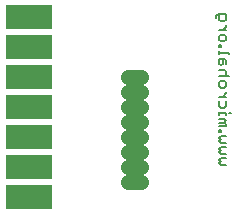
<source format=gbs>
G75*
%MOIN*%
%OFA0B0*%
%FSLAX25Y25*%
%IPPOS*%
%LPD*%
%AMOC8*
5,1,8,0,0,1.08239X$1,22.5*
%
%ADD10C,0.00600*%
%ADD11R,0.15800X0.08400*%
%ADD12C,0.04959*%
D10*
X0083800Y0018167D02*
X0084367Y0018734D01*
X0083800Y0019301D01*
X0084367Y0019869D01*
X0086069Y0019869D01*
X0086069Y0021283D02*
X0084367Y0021283D01*
X0083800Y0021850D01*
X0084367Y0022417D01*
X0083800Y0022985D01*
X0084367Y0023552D01*
X0086069Y0023552D01*
X0086069Y0024966D02*
X0084367Y0024966D01*
X0083800Y0025533D01*
X0084367Y0026101D01*
X0083800Y0026668D01*
X0084367Y0027235D01*
X0086069Y0027235D01*
X0084367Y0028649D02*
X0083800Y0028649D01*
X0083800Y0029217D01*
X0084367Y0029217D01*
X0084367Y0028649D01*
X0083800Y0030491D02*
X0086069Y0030491D01*
X0086069Y0031058D01*
X0085501Y0031625D01*
X0086069Y0032192D01*
X0085501Y0032760D01*
X0083800Y0032760D01*
X0083800Y0031625D02*
X0085501Y0031625D01*
X0086069Y0034174D02*
X0086069Y0034741D01*
X0083800Y0034741D01*
X0083800Y0034174D02*
X0083800Y0035308D01*
X0084367Y0036630D02*
X0083800Y0037197D01*
X0083800Y0038898D01*
X0083800Y0040313D02*
X0086069Y0040313D01*
X0086069Y0041447D02*
X0084934Y0040313D01*
X0086069Y0041447D02*
X0086069Y0042014D01*
X0085501Y0043382D02*
X0084367Y0043382D01*
X0083800Y0043949D01*
X0083800Y0045083D01*
X0084367Y0045651D01*
X0085501Y0045651D01*
X0086069Y0045083D01*
X0086069Y0043949D01*
X0085501Y0043382D01*
X0085501Y0047065D02*
X0086069Y0047632D01*
X0086069Y0048767D01*
X0085501Y0049334D01*
X0083800Y0049334D01*
X0084367Y0050748D02*
X0084934Y0051315D01*
X0084934Y0053017D01*
X0085501Y0053017D02*
X0086069Y0052450D01*
X0086069Y0051315D01*
X0084367Y0050748D02*
X0083800Y0051315D01*
X0083800Y0053017D01*
X0085501Y0053017D01*
X0083800Y0054431D02*
X0083800Y0055566D01*
X0083800Y0054999D02*
X0087203Y0054999D01*
X0087203Y0054431D01*
X0084367Y0056887D02*
X0083800Y0056887D01*
X0083800Y0057454D01*
X0084367Y0057454D01*
X0084367Y0056887D01*
X0084367Y0058728D02*
X0083800Y0059296D01*
X0083800Y0060430D01*
X0084367Y0060997D01*
X0085501Y0060997D01*
X0086069Y0060430D01*
X0086069Y0059296D01*
X0085501Y0058728D01*
X0084367Y0058728D01*
X0083800Y0062412D02*
X0086069Y0062412D01*
X0086069Y0063546D02*
X0086069Y0064113D01*
X0086069Y0063546D02*
X0084934Y0062412D01*
X0084367Y0065481D02*
X0083800Y0066048D01*
X0083800Y0067749D01*
X0083233Y0067749D02*
X0086069Y0067749D01*
X0086069Y0066048D01*
X0085501Y0065481D01*
X0084367Y0065481D01*
X0082666Y0066615D02*
X0082666Y0067182D01*
X0083233Y0067749D01*
X0083800Y0047065D02*
X0087203Y0047065D01*
X0086069Y0038898D02*
X0086069Y0037197D01*
X0085501Y0036630D01*
X0084367Y0036630D01*
X0087203Y0034741D02*
X0087770Y0034741D01*
X0083800Y0018167D02*
X0084367Y0017600D01*
X0086069Y0017600D01*
D11*
X0020500Y0006800D03*
X0020500Y0016800D03*
X0020500Y0026800D03*
X0020500Y0036800D03*
X0020500Y0046800D03*
X0020500Y0056800D03*
X0020500Y0066800D03*
D12*
X0053420Y0046800D02*
X0057580Y0046800D01*
X0057580Y0041800D02*
X0053420Y0041800D01*
X0053420Y0036800D02*
X0057580Y0036800D01*
X0057580Y0031800D02*
X0053420Y0031800D01*
X0053420Y0026800D02*
X0057580Y0026800D01*
X0057580Y0021800D02*
X0053420Y0021800D01*
X0053420Y0016800D02*
X0057580Y0016800D01*
X0057580Y0011800D02*
X0053420Y0011800D01*
M02*

</source>
